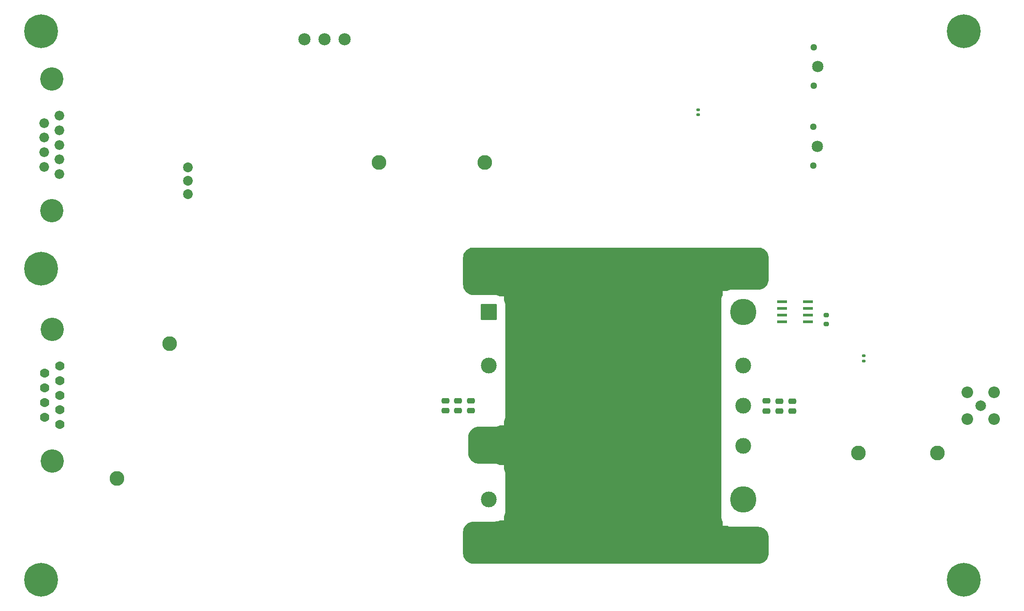
<source format=gbr>
%TF.GenerationSoftware,KiCad,Pcbnew,8.0.6*%
%TF.CreationDate,2025-06-02T13:03:20-04:00*%
%TF.ProjectId,CAEN_NEVIS_DAQ_3p3V,4341454e-5f4e-4455-9649-535f4441515f,rev?*%
%TF.SameCoordinates,Original*%
%TF.FileFunction,Soldermask,Bot*%
%TF.FilePolarity,Negative*%
%FSLAX46Y46*%
G04 Gerber Fmt 4.6, Leading zero omitted, Abs format (unit mm)*
G04 Created by KiCad (PCBNEW 8.0.6) date 2025-06-02 13:03:20*
%MOMM*%
%LPD*%
G01*
G04 APERTURE LIST*
G04 Aperture macros list*
%AMRoundRect*
0 Rectangle with rounded corners*
0 $1 Rounding radius*
0 $2 $3 $4 $5 $6 $7 $8 $9 X,Y pos of 4 corners*
0 Add a 4 corners polygon primitive as box body*
4,1,4,$2,$3,$4,$5,$6,$7,$8,$9,$2,$3,0*
0 Add four circle primitives for the rounded corners*
1,1,$1+$1,$2,$3*
1,1,$1+$1,$4,$5*
1,1,$1+$1,$6,$7*
1,1,$1+$1,$8,$9*
0 Add four rect primitives between the rounded corners*
20,1,$1+$1,$2,$3,$4,$5,0*
20,1,$1+$1,$4,$5,$6,$7,0*
20,1,$1+$1,$6,$7,$8,$9,0*
20,1,$1+$1,$8,$9,$2,$3,0*%
G04 Aperture macros list end*
%ADD10R,1.981200X0.558800*%
%ADD11C,2.800000*%
%ADD12C,6.400000*%
%ADD13C,3.500000*%
%ADD14RoundRect,0.102000X-1.400000X-1.400000X1.400000X-1.400000X1.400000X1.400000X-1.400000X1.400000X0*%
%ADD15C,3.004000*%
%ADD16C,5.004000*%
%ADD17RoundRect,0.200000X0.275000X-0.200000X0.275000X0.200000X-0.275000X0.200000X-0.275000X-0.200000X0*%
%ADD18C,1.295400*%
%ADD19C,2.159000*%
%ADD20C,1.854000*%
%ADD21C,1.839000*%
%ADD22C,4.420000*%
%ADD23C,2.006600*%
%ADD24C,2.209800*%
%ADD25C,1.764000*%
%ADD26C,2.304000*%
%ADD27RoundRect,0.140000X0.170000X-0.140000X0.170000X0.140000X-0.170000X0.140000X-0.170000X-0.140000X0*%
%ADD28RoundRect,0.140000X-0.170000X0.140000X-0.170000X-0.140000X0.170000X-0.140000X0.170000X0.140000X0*%
%ADD29RoundRect,0.250000X0.475000X-0.250000X0.475000X0.250000X-0.475000X0.250000X-0.475000X-0.250000X0*%
G04 APERTURE END LIST*
D10*
%TO.C,U5*%
X200423800Y-80315000D03*
X200423800Y-81585000D03*
X200423800Y-82855000D03*
X200423800Y-84125000D03*
X195496200Y-84125000D03*
X195496200Y-82855000D03*
X195496200Y-81585000D03*
X195496200Y-80315000D03*
%TD*%
D11*
%TO.C,Secondary RTN*%
X79340000Y-88210000D03*
%TD*%
%TO.C,Secondary PWR*%
X69340000Y-113850000D03*
%TD*%
D12*
%TO.C,H5*%
X55000000Y-74000000D03*
%TD*%
D11*
%TO.C,3.3V RTN*%
X210000000Y-109000000D03*
%TD*%
%TO.C,3.3V*%
X225000000Y-109000000D03*
%TD*%
D13*
%TO.C,U1*%
X139890000Y-74635000D03*
X139890000Y-125435000D03*
X188140000Y-74635000D03*
X188140000Y-125435000D03*
D14*
X139890000Y-82255000D03*
D15*
X139890000Y-92415000D03*
X139890000Y-107655000D03*
X139890000Y-117815000D03*
D16*
X188140000Y-117815000D03*
D15*
X188140000Y-107655000D03*
X188140000Y-100035000D03*
X188140000Y-92415000D03*
D16*
X188140000Y-82255000D03*
%TD*%
D11*
%TO.C,TELEM RTN*%
X119060000Y-53890000D03*
%TD*%
%TO.C,TELEM PWR*%
X139140000Y-53870000D03*
%TD*%
D17*
%TO.C,R24*%
X203895000Y-84500000D03*
X203895000Y-82850000D03*
%TD*%
D18*
%TO.C,P2*%
X201450000Y-47120000D03*
X201450000Y-54440000D03*
D19*
X202210000Y-50790000D03*
%TD*%
D18*
%TO.C,P1*%
X201490000Y-31990000D03*
X201490000Y-39310000D03*
D19*
X202250000Y-35660000D03*
%TD*%
D20*
%TO.C,J5*%
X82850000Y-59910000D03*
X82850000Y-57370000D03*
X82850000Y-54830000D03*
%TD*%
D21*
%TO.C,J4*%
X58400000Y-56090000D03*
X58400000Y-53320000D03*
X58400000Y-50550000D03*
X58400000Y-47780000D03*
X58400000Y-45010000D03*
X55560000Y-54705000D03*
X55560000Y-51935000D03*
X55560000Y-49165000D03*
X55560000Y-46395000D03*
D22*
X56980000Y-38050000D03*
X56980000Y-63050000D03*
%TD*%
D23*
%TO.C,J3*%
X233167999Y-100035000D03*
D24*
X235707999Y-97495000D03*
X230627999Y-97495000D03*
X230627999Y-102575000D03*
X235707999Y-102575000D03*
%TD*%
D25*
%TO.C,J2*%
X58480000Y-92490000D03*
X58480000Y-95260000D03*
X58480000Y-98030000D03*
X58480000Y-100800000D03*
X58480000Y-103570000D03*
X55640000Y-93875000D03*
X55640000Y-96645000D03*
X55640000Y-99415000D03*
X55640000Y-102185000D03*
D22*
X57060000Y-85530000D03*
X57060000Y-110530000D03*
%TD*%
D26*
%TO.C,J1*%
X112570000Y-30510000D03*
X108760000Y-30510000D03*
X104950000Y-30510000D03*
%TD*%
D12*
%TO.C,H4*%
X230000000Y-133000000D03*
%TD*%
%TO.C,H3*%
X230000000Y-29000000D03*
%TD*%
%TO.C,H2*%
X55000000Y-133000000D03*
%TD*%
%TO.C,H1*%
X55000000Y-29000000D03*
%TD*%
D27*
%TO.C,C17*%
X179600000Y-44850000D03*
X179600000Y-43890000D03*
%TD*%
D28*
%TO.C,C12*%
X211032500Y-90557500D03*
X211032500Y-91517500D03*
%TD*%
D29*
%TO.C,C10*%
X197495000Y-101065000D03*
X197495000Y-99165000D03*
%TD*%
%TO.C,C9*%
X192545000Y-101005000D03*
X192545000Y-99105000D03*
%TD*%
%TO.C,C8*%
X194965000Y-101065000D03*
X194965000Y-99165000D03*
%TD*%
%TO.C,C7*%
X136480000Y-100985000D03*
X136480000Y-99085000D03*
%TD*%
%TO.C,C6*%
X134080000Y-100975000D03*
X134080000Y-99075000D03*
%TD*%
%TO.C,C4*%
X131670000Y-100975000D03*
X131670000Y-99075000D03*
%TD*%
G36*
X191004418Y-70000316D02*
G01*
X191275785Y-70019724D01*
X191293297Y-70022242D01*
X191554794Y-70079127D01*
X191571770Y-70084111D01*
X191822524Y-70177638D01*
X191838617Y-70184988D01*
X192073496Y-70313241D01*
X192088380Y-70322806D01*
X192302624Y-70483188D01*
X192315994Y-70494774D01*
X192505225Y-70684005D01*
X192516811Y-70697375D01*
X192677193Y-70911619D01*
X192686758Y-70926503D01*
X192815011Y-71161382D01*
X192822361Y-71177475D01*
X192915888Y-71428229D01*
X192920872Y-71445205D01*
X192977757Y-71706702D01*
X192980275Y-71724214D01*
X192999684Y-71995581D01*
X193000000Y-72004427D01*
X193000000Y-75995572D01*
X192999684Y-76004418D01*
X192980275Y-76275785D01*
X192977757Y-76293297D01*
X192920872Y-76554794D01*
X192915888Y-76571770D01*
X192822361Y-76822524D01*
X192815011Y-76838617D01*
X192686758Y-77073496D01*
X192677193Y-77088380D01*
X192516811Y-77302624D01*
X192505225Y-77315994D01*
X192315994Y-77505225D01*
X192302624Y-77516811D01*
X192088380Y-77677193D01*
X192073496Y-77686758D01*
X191838617Y-77815011D01*
X191822524Y-77822361D01*
X191571770Y-77915888D01*
X191554794Y-77920872D01*
X191293297Y-77977757D01*
X191275785Y-77980275D01*
X191004418Y-77999684D01*
X190995572Y-78000000D01*
X185999997Y-78000000D01*
X185715364Y-78020357D01*
X185436541Y-78081012D01*
X185169168Y-78180736D01*
X185169164Y-78180738D01*
X185070100Y-78234832D01*
X185010673Y-78250000D01*
X184250000Y-78250000D01*
X184250000Y-79010673D01*
X184234832Y-79070100D01*
X184180738Y-79169164D01*
X184180736Y-79169168D01*
X184081012Y-79436541D01*
X184020357Y-79715364D01*
X184000000Y-79999997D01*
X184000000Y-121000002D01*
X184020357Y-121284635D01*
X184081012Y-121563458D01*
X184180736Y-121830830D01*
X184234832Y-121929898D01*
X184250000Y-121989326D01*
X184250000Y-122750000D01*
X185010673Y-122750000D01*
X185070100Y-122765168D01*
X185169164Y-122819261D01*
X185169168Y-122819263D01*
X185436541Y-122918987D01*
X185715364Y-122979642D01*
X185999997Y-122999999D01*
X186000000Y-123000000D01*
X190995572Y-123000000D01*
X191004418Y-123000316D01*
X191275785Y-123019724D01*
X191293297Y-123022242D01*
X191554794Y-123079127D01*
X191571770Y-123084111D01*
X191822524Y-123177638D01*
X191838617Y-123184988D01*
X192073496Y-123313241D01*
X192088380Y-123322806D01*
X192302624Y-123483188D01*
X192315994Y-123494774D01*
X192505225Y-123684005D01*
X192516811Y-123697375D01*
X192677193Y-123911619D01*
X192686758Y-123926503D01*
X192815011Y-124161382D01*
X192822361Y-124177475D01*
X192915888Y-124428229D01*
X192920872Y-124445205D01*
X192977757Y-124706702D01*
X192980275Y-124724214D01*
X192999684Y-124995581D01*
X193000000Y-125004427D01*
X193000000Y-127995572D01*
X192999684Y-128004418D01*
X192980275Y-128275785D01*
X192977757Y-128293297D01*
X192920872Y-128554794D01*
X192915888Y-128571770D01*
X192822361Y-128822524D01*
X192815011Y-128838617D01*
X192686758Y-129073496D01*
X192677193Y-129088380D01*
X192516811Y-129302624D01*
X192505225Y-129315994D01*
X192315994Y-129505225D01*
X192302624Y-129516811D01*
X192088380Y-129677193D01*
X192073496Y-129686758D01*
X191838617Y-129815011D01*
X191822524Y-129822361D01*
X191571770Y-129915888D01*
X191554794Y-129920872D01*
X191293297Y-129977757D01*
X191275785Y-129980275D01*
X191004418Y-129999684D01*
X190995572Y-130000000D01*
X137004428Y-130000000D01*
X136995582Y-129999684D01*
X136724214Y-129980275D01*
X136706702Y-129977757D01*
X136445205Y-129920872D01*
X136428229Y-129915888D01*
X136177475Y-129822361D01*
X136161382Y-129815011D01*
X135926503Y-129686758D01*
X135911619Y-129677193D01*
X135697375Y-129516811D01*
X135684005Y-129505225D01*
X135494774Y-129315994D01*
X135483188Y-129302624D01*
X135322806Y-129088380D01*
X135313241Y-129073496D01*
X135184988Y-128838617D01*
X135177638Y-128822524D01*
X135084111Y-128571770D01*
X135079127Y-128554794D01*
X135022242Y-128293297D01*
X135019724Y-128275785D01*
X135000316Y-128004418D01*
X135000000Y-127995572D01*
X135000000Y-124004427D01*
X135000316Y-123995581D01*
X135019724Y-123724214D01*
X135022242Y-123706702D01*
X135079127Y-123445205D01*
X135084111Y-123428229D01*
X135177638Y-123177475D01*
X135184988Y-123161382D01*
X135313241Y-122926503D01*
X135322806Y-122911619D01*
X135483188Y-122697375D01*
X135494774Y-122684005D01*
X135684005Y-122494774D01*
X135697375Y-122483188D01*
X135911619Y-122322806D01*
X135926503Y-122313241D01*
X136161382Y-122184988D01*
X136177475Y-122177638D01*
X136428229Y-122084111D01*
X136445205Y-122079127D01*
X136706702Y-122022242D01*
X136724214Y-122019724D01*
X136995582Y-122000316D01*
X137004428Y-122000000D01*
X141000000Y-122000000D01*
X141000002Y-121999999D01*
X141284635Y-121979642D01*
X141563458Y-121918987D01*
X141830831Y-121819263D01*
X141830835Y-121819261D01*
X141929900Y-121765168D01*
X141989327Y-121750000D01*
X142750000Y-121750000D01*
X142750000Y-120989326D01*
X142765168Y-120929898D01*
X142819263Y-120830830D01*
X142918987Y-120563458D01*
X142979642Y-120284635D01*
X142999999Y-120000002D01*
X143000000Y-120000000D01*
X143000000Y-113000000D01*
X142999999Y-112999997D01*
X142979642Y-112715364D01*
X142918987Y-112436541D01*
X142819263Y-112169168D01*
X142819261Y-112169164D01*
X142765168Y-112070100D01*
X142750000Y-112010673D01*
X142750000Y-111250000D01*
X141989327Y-111250000D01*
X141929900Y-111234832D01*
X141830835Y-111180738D01*
X141830831Y-111180736D01*
X141563458Y-111081012D01*
X141284635Y-111020357D01*
X141000002Y-111000000D01*
X138004428Y-111000000D01*
X137995582Y-110999684D01*
X137724214Y-110980275D01*
X137706702Y-110977757D01*
X137445205Y-110920872D01*
X137428229Y-110915888D01*
X137177475Y-110822361D01*
X137161382Y-110815011D01*
X136926503Y-110686758D01*
X136911619Y-110677193D01*
X136697375Y-110516811D01*
X136684005Y-110505225D01*
X136494774Y-110315994D01*
X136483188Y-110302624D01*
X136322806Y-110088380D01*
X136313241Y-110073496D01*
X136184988Y-109838617D01*
X136177638Y-109822524D01*
X136084111Y-109571770D01*
X136079127Y-109554794D01*
X136022242Y-109293297D01*
X136019724Y-109275785D01*
X136000316Y-109004418D01*
X136000000Y-108995572D01*
X136000000Y-106004427D01*
X136000316Y-105995581D01*
X136019724Y-105724214D01*
X136022242Y-105706702D01*
X136079127Y-105445205D01*
X136084111Y-105428229D01*
X136177638Y-105177475D01*
X136184988Y-105161382D01*
X136313241Y-104926503D01*
X136322806Y-104911619D01*
X136483188Y-104697375D01*
X136494774Y-104684005D01*
X136684005Y-104494774D01*
X136697375Y-104483188D01*
X136911619Y-104322806D01*
X136926503Y-104313241D01*
X137161382Y-104184988D01*
X137177475Y-104177638D01*
X137428229Y-104084111D01*
X137445205Y-104079127D01*
X137706702Y-104022242D01*
X137724214Y-104019724D01*
X137995582Y-104000316D01*
X138004428Y-104000000D01*
X141000000Y-104000000D01*
X141000002Y-103999999D01*
X141284635Y-103979642D01*
X141563458Y-103918987D01*
X141830831Y-103819263D01*
X141830835Y-103819261D01*
X141929900Y-103765168D01*
X141989327Y-103750000D01*
X142750000Y-103750000D01*
X142750000Y-102989326D01*
X142765168Y-102929898D01*
X142819263Y-102830830D01*
X142918987Y-102563458D01*
X142979642Y-102284635D01*
X142999999Y-102000002D01*
X143000000Y-102000000D01*
X143000000Y-81000000D01*
X142999999Y-80999997D01*
X142979642Y-80715364D01*
X142918987Y-80436541D01*
X142819263Y-80169168D01*
X142819261Y-80169164D01*
X142765168Y-80070100D01*
X142750000Y-80010673D01*
X142750000Y-79250000D01*
X141989327Y-79250000D01*
X141929900Y-79234832D01*
X141830835Y-79180738D01*
X141830831Y-79180736D01*
X141563458Y-79081012D01*
X141284635Y-79020357D01*
X141000002Y-79000000D01*
X137004428Y-79000000D01*
X136995582Y-78999684D01*
X136724214Y-78980275D01*
X136706702Y-78977757D01*
X136445205Y-78920872D01*
X136428229Y-78915888D01*
X136177475Y-78822361D01*
X136161382Y-78815011D01*
X135926503Y-78686758D01*
X135911619Y-78677193D01*
X135697375Y-78516811D01*
X135684005Y-78505225D01*
X135494774Y-78315994D01*
X135483188Y-78302624D01*
X135322806Y-78088380D01*
X135313241Y-78073496D01*
X135184988Y-77838617D01*
X135177638Y-77822524D01*
X135084111Y-77571770D01*
X135079127Y-77554794D01*
X135022242Y-77293297D01*
X135019724Y-77275785D01*
X135000316Y-77004418D01*
X135000000Y-76995572D01*
X135000000Y-72004427D01*
X135000316Y-71995581D01*
X135019724Y-71724214D01*
X135022242Y-71706702D01*
X135079127Y-71445205D01*
X135084111Y-71428229D01*
X135177638Y-71177475D01*
X135184988Y-71161382D01*
X135313241Y-70926503D01*
X135322806Y-70911619D01*
X135483188Y-70697375D01*
X135494774Y-70684005D01*
X135684005Y-70494774D01*
X135697375Y-70483188D01*
X135911619Y-70322806D01*
X135926503Y-70313241D01*
X136161382Y-70184988D01*
X136177475Y-70177638D01*
X136428229Y-70084111D01*
X136445205Y-70079127D01*
X136706702Y-70022242D01*
X136724214Y-70019724D01*
X136995582Y-70000316D01*
X137004428Y-70000000D01*
X190995572Y-70000000D01*
X191004418Y-70000316D01*
G37*
M02*

</source>
